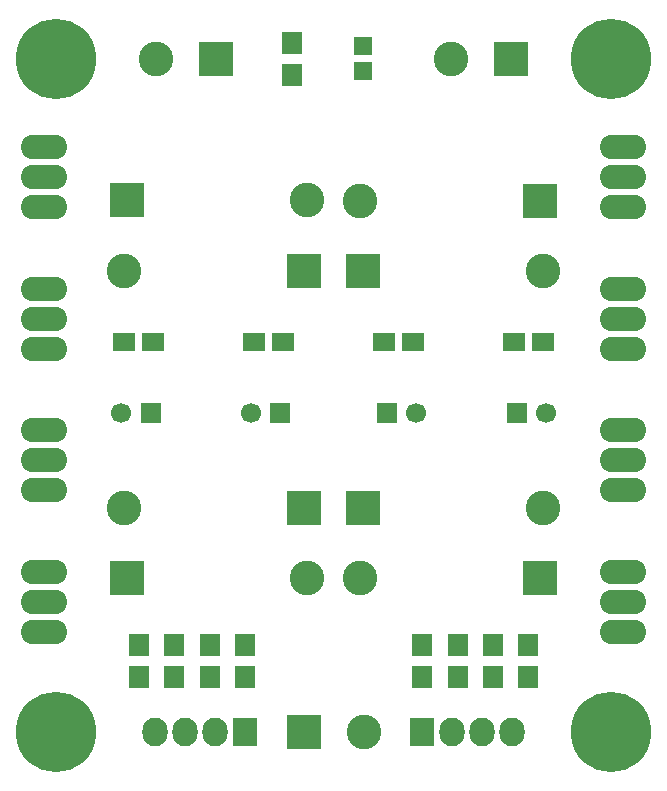
<source format=gts>
G04 #@! TF.FileFunction,Soldermask,Top*
%FSLAX46Y46*%
G04 Gerber Fmt 4.6, Leading zero omitted, Abs format (unit mm)*
G04 Created by KiCad (PCBNEW 4.0.2-4+6225~38~ubuntu15.04.1-stable) date lun. 25 avril 2016 11:18:35 CEST*
%MOMM*%
G01*
G04 APERTURE LIST*
%ADD10C,0.100000*%
%ADD11C,6.800000*%
%ADD12C,1.000000*%
%ADD13C,2.940000*%
%ADD14R,2.940000X2.940000*%
%ADD15C,1.700000*%
%ADD16R,1.700000X1.700000*%
%ADD17R,1.900000X1.650000*%
%ADD18R,1.598880X1.598880*%
%ADD19R,2.127200X2.432000*%
%ADD20O,2.127200X2.432000*%
%ADD21O,3.900120X2.099260*%
%ADD22R,1.700000X1.900000*%
G04 APERTURE END LIST*
D10*
D11*
X71000000Y-24000000D03*
D12*
X73400000Y-24000000D03*
X72697056Y-25697056D03*
X71000000Y-26400000D03*
X69302944Y-25697056D03*
X68600000Y-24000000D03*
X69302944Y-22302944D03*
X71000000Y-21600000D03*
X72697056Y-22302944D03*
D11*
X24000000Y-24000000D03*
D12*
X26400000Y-24000000D03*
X25697056Y-25697056D03*
X24000000Y-26400000D03*
X22302944Y-25697056D03*
X21600000Y-24000000D03*
X22302944Y-22302944D03*
X24000000Y-21600000D03*
X25697056Y-22302944D03*
D11*
X71000000Y-81000000D03*
D12*
X73400000Y-81000000D03*
X72697056Y-82697056D03*
X71000000Y-83400000D03*
X69302944Y-82697056D03*
X68600000Y-81000000D03*
X69302944Y-79302944D03*
X71000000Y-78600000D03*
X72697056Y-79302944D03*
D13*
X49758780Y-36002960D03*
D14*
X64998780Y-36002960D03*
D13*
X65241220Y-61997040D03*
D14*
X50001220Y-61997040D03*
D13*
X45241220Y-67997040D03*
D14*
X30001220Y-67997040D03*
D15*
X29500000Y-54000000D03*
D16*
X32000000Y-54000000D03*
D15*
X40500000Y-54000000D03*
D16*
X43000000Y-54000000D03*
D17*
X32250000Y-48000000D03*
X29750000Y-48000000D03*
X43250000Y-48000000D03*
X40750000Y-48000000D03*
D15*
X54500000Y-54000000D03*
D16*
X52000000Y-54000000D03*
D15*
X65500000Y-54000000D03*
D16*
X63000000Y-54000000D03*
D17*
X51750000Y-48000000D03*
X54250000Y-48000000D03*
X62750000Y-48000000D03*
X65250000Y-48000000D03*
D18*
X50000000Y-22950980D03*
X50000000Y-25049020D03*
D13*
X29758780Y-42002960D03*
D14*
X44998780Y-42002960D03*
D13*
X45241220Y-35997040D03*
D14*
X30001220Y-35997040D03*
D13*
X29758780Y-62002960D03*
D14*
X44998780Y-62002960D03*
D13*
X65241220Y-41997040D03*
D14*
X50001220Y-41997040D03*
D13*
X49758780Y-68002960D03*
D14*
X64998780Y-68002960D03*
X44960000Y-81000000D03*
D13*
X50040000Y-81000000D03*
D19*
X40000000Y-81000000D03*
D20*
X37460000Y-81000000D03*
X34920000Y-81000000D03*
X32380000Y-81000000D03*
D14*
X37540000Y-24000000D03*
D13*
X32460000Y-24000000D03*
D19*
X55000000Y-81000000D03*
D20*
X57540000Y-81000000D03*
X60080000Y-81000000D03*
X62620000Y-81000000D03*
D14*
X62540000Y-24000000D03*
D13*
X57460000Y-24000000D03*
D21*
X23000000Y-34000000D03*
X23000000Y-36540000D03*
X23000000Y-31460000D03*
X23000000Y-46000000D03*
X23000000Y-48540000D03*
X23000000Y-43460000D03*
X23000000Y-58000000D03*
X23000000Y-60540000D03*
X23000000Y-55460000D03*
X23000000Y-70000000D03*
X23000000Y-72540000D03*
X23000000Y-67460000D03*
X72000000Y-34000000D03*
X72000000Y-31460000D03*
X72000000Y-36540000D03*
X72000000Y-46000000D03*
X72000000Y-43460000D03*
X72000000Y-48540000D03*
X72000000Y-58000000D03*
X72000000Y-55460000D03*
X72000000Y-60540000D03*
X72000000Y-70000000D03*
X72000000Y-67460000D03*
X72000000Y-72540000D03*
D22*
X44000000Y-25350000D03*
X44000000Y-22650000D03*
X40000000Y-73650000D03*
X40000000Y-76350000D03*
X37000000Y-73650000D03*
X37000000Y-76350000D03*
X34000000Y-76350000D03*
X34000000Y-73650000D03*
X31000000Y-76350000D03*
X31000000Y-73650000D03*
X55000000Y-73650000D03*
X55000000Y-76350000D03*
X58000000Y-73650000D03*
X58000000Y-76350000D03*
X61000000Y-76350000D03*
X61000000Y-73650000D03*
X64000000Y-76350000D03*
X64000000Y-73650000D03*
D11*
X24000000Y-81000000D03*
D12*
X26400000Y-81000000D03*
X25697056Y-82697056D03*
X24000000Y-83400000D03*
X22302944Y-82697056D03*
X21600000Y-81000000D03*
X22302944Y-79302944D03*
X24000000Y-78600000D03*
X25697056Y-79302944D03*
M02*

</source>
